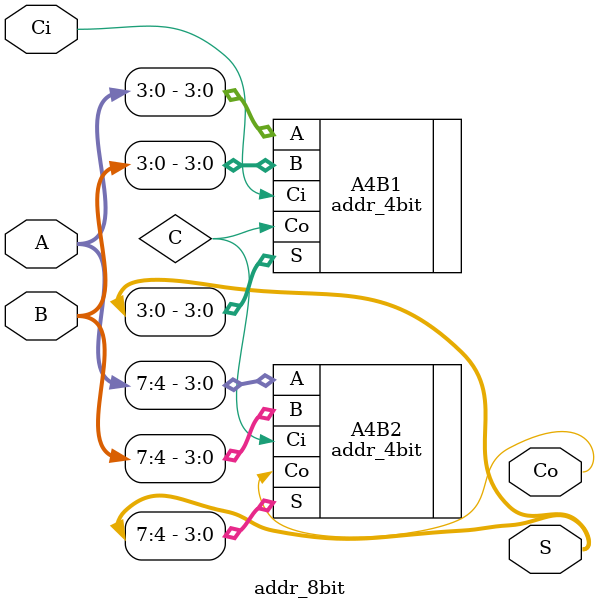
<source format=v>
module addr_8bit(
    input [7:0] A,
    input [7:0] B,
    input Ci,
    output [7:0] S,
    output Co);
    wire C;
    addr_4bit A4B1(.S(S[3:0]),.Co(C),.A(A[3:0]),.B(B[3:0]),.Ci(Ci)),
              A4B2(.S(S[7:4]),.Co(Co),.A(A[7:4]),.B(B[7:4]),.Ci(C));
endmodule
</source>
